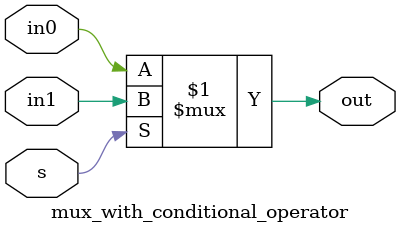
<source format=v>
module mux_with_conditional_operator(
    input in0,in1,s,
    output out
);
assign out=s?in1:in0;
endmodule

</source>
